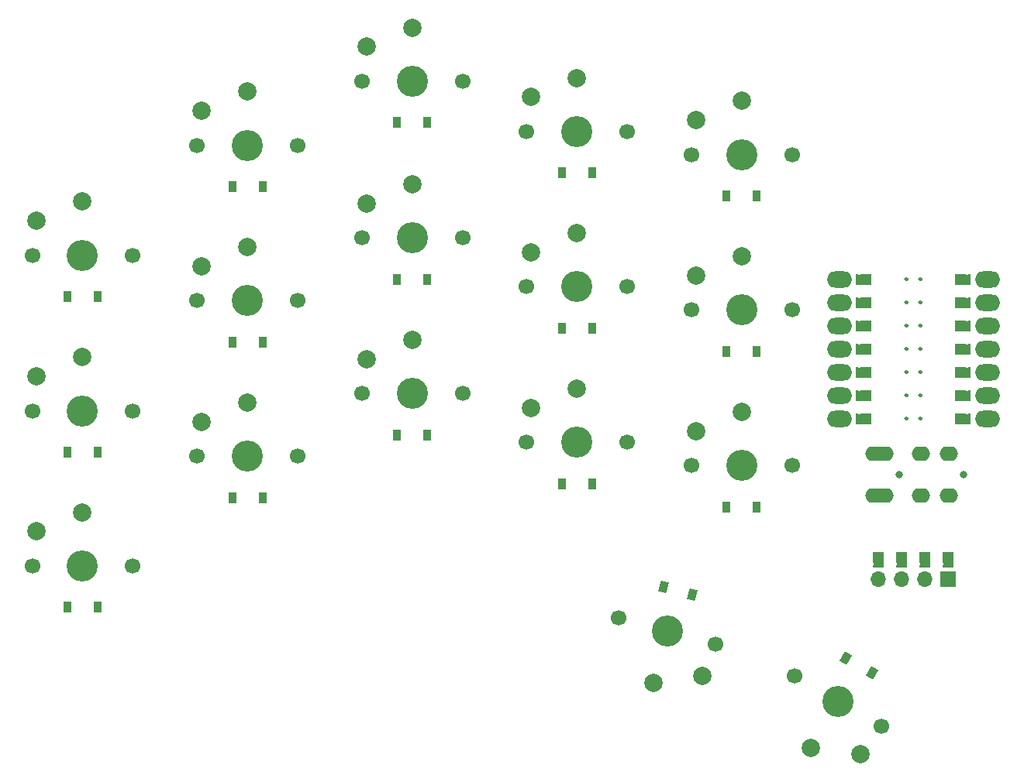
<source format=gts>
G04 #@! TF.GenerationSoftware,KiCad,Pcbnew,(6.0.5)*
G04 #@! TF.CreationDate,2022-07-31T11:40:16+07:00*
G04 #@! TF.ProjectId,TrongDong34,54726f6e-6744-46f6-9e67-33342e6b6963,rev?*
G04 #@! TF.SameCoordinates,Original*
G04 #@! TF.FileFunction,Soldermask,Top*
G04 #@! TF.FilePolarity,Negative*
%FSLAX46Y46*%
G04 Gerber Fmt 4.6, Leading zero omitted, Abs format (unit mm)*
G04 Created by KiCad (PCBNEW (6.0.5)) date 2022-07-31 11:40:16*
%MOMM*%
%LPD*%
G01*
G04 APERTURE LIST*
G04 Aperture macros list*
%AMRotRect*
0 Rectangle, with rotation*
0 The origin of the aperture is its center*
0 $1 length*
0 $2 width*
0 $3 Rotation angle, in degrees counterclockwise*
0 Add horizontal line*
21,1,$1,$2,0,0,$3*%
%AMFreePoly0*
4,1,6,0.600000,0.200000,0.000000,-0.400000,-0.600000,0.200000,-0.600000,0.400000,0.600000,0.400000,0.600000,0.200000,0.600000,0.200000,$1*%
%AMFreePoly1*
4,1,6,0.600000,-0.250000,-0.600000,-0.250000,-0.600000,1.000000,0.000000,0.400000,0.600000,1.000000,0.600000,-0.250000,0.600000,-0.250000,$1*%
G04 Aperture macros list end*
%ADD10C,0.100000*%
%ADD11C,0.250000*%
%ADD12C,1.700000*%
%ADD13C,3.400000*%
%ADD14C,2.000000*%
%ADD15R,0.900000X1.200000*%
%ADD16RotRect,0.900000X1.200000X150.000000*%
%ADD17FreePoly0,180.000000*%
%ADD18FreePoly1,180.000000*%
%ADD19R,1.700000X1.700000*%
%ADD20O,1.700000X1.700000*%
%ADD21FreePoly0,270.000000*%
%ADD22FreePoly0,90.000000*%
%ADD23O,2.750000X1.800000*%
%ADD24FreePoly1,90.000000*%
%ADD25FreePoly1,270.000000*%
%ADD26C,0.800000*%
%ADD27O,2.000000X1.600000*%
%ADD28RotRect,0.900000X1.200000X165.000000*%
G04 APERTURE END LIST*
G36*
X122140000Y-75550000D02*
G01*
X121124000Y-75550000D01*
X121124000Y-74534000D01*
X122140000Y-74534000D01*
X122140000Y-75550000D01*
G37*
D10*
X122140000Y-75550000D02*
X121124000Y-75550000D01*
X121124000Y-74534000D01*
X122140000Y-74534000D01*
X122140000Y-75550000D01*
G36*
X117060000Y-75550000D02*
G01*
X116044000Y-75550000D01*
X116044000Y-74534000D01*
X117060000Y-74534000D01*
X117060000Y-75550000D01*
G37*
X117060000Y-75550000D02*
X116044000Y-75550000D01*
X116044000Y-74534000D01*
X117060000Y-74534000D01*
X117060000Y-75550000D01*
G36*
X114520000Y-75550000D02*
G01*
X113504000Y-75550000D01*
X113504000Y-74534000D01*
X114520000Y-74534000D01*
X114520000Y-75550000D01*
G37*
X114520000Y-75550000D02*
X113504000Y-75550000D01*
X113504000Y-74534000D01*
X114520000Y-74534000D01*
X114520000Y-75550000D01*
G36*
X119600000Y-75550000D02*
G01*
X118584000Y-75550000D01*
X118584000Y-74534000D01*
X119600000Y-74534000D01*
X119600000Y-75550000D01*
G37*
X119600000Y-75550000D02*
X118584000Y-75550000D01*
X118584000Y-74534000D01*
X119600000Y-74534000D01*
X119600000Y-75550000D01*
D11*
X117187000Y-46736000D02*
G75*
G03*
X117187000Y-46736000I-125000J0D01*
G01*
X118711000Y-46736000D02*
G75*
G03*
X118711000Y-46736000I-125000J0D01*
G01*
X118711000Y-49276000D02*
G75*
G03*
X118711000Y-49276000I-125000J0D01*
G01*
X118711000Y-56896000D02*
G75*
G03*
X118711000Y-56896000I-125000J0D01*
G01*
X118711000Y-54356000D02*
G75*
G03*
X118711000Y-54356000I-125000J0D01*
G01*
X117187000Y-51816000D02*
G75*
G03*
X117187000Y-51816000I-125000J0D01*
G01*
X117187000Y-44196000D02*
G75*
G03*
X117187000Y-44196000I-125000J0D01*
G01*
X118711000Y-59436000D02*
G75*
G03*
X118711000Y-59436000I-125000J0D01*
G01*
X118711000Y-51816000D02*
G75*
G03*
X118711000Y-51816000I-125000J0D01*
G01*
X117187000Y-49276000D02*
G75*
G03*
X117187000Y-49276000I-125000J0D01*
G01*
X118711000Y-44196000D02*
G75*
G03*
X118711000Y-44196000I-125000J0D01*
G01*
X117187000Y-56896000D02*
G75*
G03*
X117187000Y-56896000I-125000J0D01*
G01*
X117187000Y-59436000D02*
G75*
G03*
X117187000Y-59436000I-125000J0D01*
G01*
X117187000Y-54356000D02*
G75*
G03*
X117187000Y-54356000I-125000J0D01*
G01*
G36*
X123920000Y-59944000D02*
G01*
X122904000Y-59944000D01*
X122904000Y-58928000D01*
X123920000Y-58928000D01*
X123920000Y-59944000D01*
G37*
D10*
X123920000Y-59944000D02*
X122904000Y-59944000D01*
X122904000Y-58928000D01*
X123920000Y-58928000D01*
X123920000Y-59944000D01*
G36*
X112744000Y-52324000D02*
G01*
X111728000Y-52324000D01*
X111728000Y-51308000D01*
X112744000Y-51308000D01*
X112744000Y-52324000D01*
G37*
X112744000Y-52324000D02*
X111728000Y-52324000D01*
X111728000Y-51308000D01*
X112744000Y-51308000D01*
X112744000Y-52324000D01*
G36*
X123920000Y-44704000D02*
G01*
X122904000Y-44704000D01*
X122904000Y-43688000D01*
X123920000Y-43688000D01*
X123920000Y-44704000D01*
G37*
X123920000Y-44704000D02*
X122904000Y-44704000D01*
X122904000Y-43688000D01*
X123920000Y-43688000D01*
X123920000Y-44704000D01*
G36*
X112744000Y-49784000D02*
G01*
X111728000Y-49784000D01*
X111728000Y-48768000D01*
X112744000Y-48768000D01*
X112744000Y-49784000D01*
G37*
X112744000Y-49784000D02*
X111728000Y-49784000D01*
X111728000Y-48768000D01*
X112744000Y-48768000D01*
X112744000Y-49784000D01*
G36*
X123920000Y-54864000D02*
G01*
X122904000Y-54864000D01*
X122904000Y-53848000D01*
X123920000Y-53848000D01*
X123920000Y-54864000D01*
G37*
X123920000Y-54864000D02*
X122904000Y-54864000D01*
X122904000Y-53848000D01*
X123920000Y-53848000D01*
X123920000Y-54864000D01*
G36*
X112744000Y-59944000D02*
G01*
X111728000Y-59944000D01*
X111728000Y-58928000D01*
X112744000Y-58928000D01*
X112744000Y-59944000D01*
G37*
X112744000Y-59944000D02*
X111728000Y-59944000D01*
X111728000Y-58928000D01*
X112744000Y-58928000D01*
X112744000Y-59944000D01*
G36*
X123920000Y-57404000D02*
G01*
X122904000Y-57404000D01*
X122904000Y-56388000D01*
X123920000Y-56388000D01*
X123920000Y-57404000D01*
G37*
X123920000Y-57404000D02*
X122904000Y-57404000D01*
X122904000Y-56388000D01*
X123920000Y-56388000D01*
X123920000Y-57404000D01*
G36*
X112744000Y-47244000D02*
G01*
X111728000Y-47244000D01*
X111728000Y-46228000D01*
X112744000Y-46228000D01*
X112744000Y-47244000D01*
G37*
X112744000Y-47244000D02*
X111728000Y-47244000D01*
X111728000Y-46228000D01*
X112744000Y-46228000D01*
X112744000Y-47244000D01*
G36*
X112744000Y-57404000D02*
G01*
X111728000Y-57404000D01*
X111728000Y-56388000D01*
X112744000Y-56388000D01*
X112744000Y-57404000D01*
G37*
X112744000Y-57404000D02*
X111728000Y-57404000D01*
X111728000Y-56388000D01*
X112744000Y-56388000D01*
X112744000Y-57404000D01*
G36*
X123920000Y-52324000D02*
G01*
X122904000Y-52324000D01*
X122904000Y-51308000D01*
X123920000Y-51308000D01*
X123920000Y-52324000D01*
G37*
X123920000Y-52324000D02*
X122904000Y-52324000D01*
X122904000Y-51308000D01*
X123920000Y-51308000D01*
X123920000Y-52324000D01*
G36*
X123920000Y-47244000D02*
G01*
X122904000Y-47244000D01*
X122904000Y-46228000D01*
X123920000Y-46228000D01*
X123920000Y-47244000D01*
G37*
X123920000Y-47244000D02*
X122904000Y-47244000D01*
X122904000Y-46228000D01*
X123920000Y-46228000D01*
X123920000Y-47244000D01*
G36*
X123920000Y-49784000D02*
G01*
X122904000Y-49784000D01*
X122904000Y-48768000D01*
X123920000Y-48768000D01*
X123920000Y-49784000D01*
G37*
X123920000Y-49784000D02*
X122904000Y-49784000D01*
X122904000Y-48768000D01*
X123920000Y-48768000D01*
X123920000Y-49784000D01*
G36*
X112744000Y-54864000D02*
G01*
X111728000Y-54864000D01*
X111728000Y-53848000D01*
X112744000Y-53848000D01*
X112744000Y-54864000D01*
G37*
X112744000Y-54864000D02*
X111728000Y-54864000D01*
X111728000Y-53848000D01*
X112744000Y-53848000D01*
X112744000Y-54864000D01*
G36*
X112744000Y-44704000D02*
G01*
X111728000Y-44704000D01*
X111728000Y-43688000D01*
X112744000Y-43688000D01*
X112744000Y-44704000D01*
G37*
X112744000Y-44704000D02*
X111728000Y-44704000D01*
X111728000Y-43688000D01*
X112744000Y-43688000D01*
X112744000Y-44704000D01*
D12*
X104580000Y-30580000D03*
X93580000Y-30580000D03*
D13*
X99080000Y-30580000D03*
D14*
X99080000Y-24680000D03*
D15*
X97430000Y-35080000D03*
D14*
X94080000Y-26780000D03*
D15*
X100730000Y-35080000D03*
D13*
X45080000Y-46554000D03*
D12*
X39580000Y-46554000D03*
X50580000Y-46554000D03*
D14*
X45080000Y-40654000D03*
D15*
X43430000Y-51054000D03*
D14*
X40080000Y-42754000D03*
D15*
X46730000Y-51054000D03*
D12*
X21580000Y-41580000D03*
D13*
X27080000Y-41580000D03*
D12*
X32580000Y-41580000D03*
D14*
X27080000Y-35680000D03*
D15*
X25430000Y-46080000D03*
D14*
X22080000Y-37780000D03*
D15*
X28730000Y-46080000D03*
D12*
X104846860Y-87597114D03*
D13*
X109610000Y-90347114D03*
D12*
X114373140Y-93097114D03*
D14*
X106660000Y-95456664D03*
D16*
X113288942Y-87275000D03*
D14*
X112040127Y-96138011D03*
D16*
X110431058Y-85625000D03*
D12*
X57580000Y-22580000D03*
D13*
X63080000Y-22580000D03*
D12*
X68580000Y-22580000D03*
D14*
X63080000Y-16680000D03*
D15*
X61430000Y-27080000D03*
D14*
X58080000Y-18780000D03*
D15*
X64730000Y-27080000D03*
D17*
X116552000Y-75296000D03*
X119092000Y-75296000D03*
X114012000Y-75296000D03*
X121632000Y-75296000D03*
D18*
X121632000Y-74280000D03*
D19*
X121580000Y-77010000D03*
D18*
X119092000Y-74280000D03*
D20*
X119040000Y-77010000D03*
X116500000Y-77010000D03*
D18*
X116552000Y-74280000D03*
D20*
X113960000Y-77010000D03*
D18*
X114012000Y-74280000D03*
D12*
X86580000Y-62048000D03*
X75580000Y-62048000D03*
D13*
X81080000Y-62048000D03*
D14*
X81080000Y-56148000D03*
D15*
X79430000Y-66548000D03*
D14*
X76080000Y-58248000D03*
D15*
X82730000Y-66548000D03*
D21*
X123660000Y-59436000D03*
D22*
X111976000Y-49276000D03*
D21*
X123660000Y-51816000D03*
D22*
X111976000Y-46736000D03*
D21*
X123660000Y-46736000D03*
X123660000Y-56896000D03*
D22*
X111976000Y-54356000D03*
X111976000Y-56896000D03*
X111976000Y-44196000D03*
D21*
X123660000Y-49276000D03*
D22*
X111976000Y-51816000D03*
D21*
X123660000Y-44196000D03*
X123660000Y-54356000D03*
D22*
X111976000Y-59436000D03*
D23*
X109725000Y-44196000D03*
D24*
X112992000Y-44196000D03*
D23*
X109725000Y-46736000D03*
D24*
X112992000Y-46736000D03*
D23*
X109725000Y-49276000D03*
D24*
X112992000Y-49276000D03*
D23*
X109725000Y-51816000D03*
D24*
X112992000Y-51816000D03*
D23*
X109725000Y-54356000D03*
D24*
X112992000Y-54356000D03*
D23*
X109725000Y-56896000D03*
D24*
X112992000Y-56896000D03*
X112992000Y-59436000D03*
D23*
X109725000Y-59436000D03*
X125915000Y-59436000D03*
D25*
X122644000Y-59436000D03*
X122644000Y-56896000D03*
D23*
X125915000Y-56896000D03*
X125915000Y-54356000D03*
D25*
X122644000Y-54356000D03*
X122644000Y-51816000D03*
D23*
X125915000Y-51816000D03*
D25*
X122644000Y-49276000D03*
D23*
X125915000Y-49276000D03*
X125915000Y-46736000D03*
D25*
X122644000Y-46736000D03*
D23*
X125915000Y-44196000D03*
D25*
X122644000Y-44196000D03*
D12*
X93560000Y-64588000D03*
X104560000Y-64588000D03*
D13*
X99060000Y-64588000D03*
D14*
X99060000Y-58688000D03*
D15*
X97410000Y-69088000D03*
D14*
X94060000Y-60788000D03*
D15*
X100710000Y-69088000D03*
D12*
X32580000Y-75580000D03*
D13*
X27080000Y-75580000D03*
D12*
X21580000Y-75580000D03*
D14*
X27080000Y-69680000D03*
D15*
X25430000Y-80080000D03*
D14*
X22080000Y-71780000D03*
D15*
X28730000Y-80080000D03*
D13*
X99060000Y-47570000D03*
D12*
X93560000Y-47570000D03*
X104560000Y-47570000D03*
D14*
X99060000Y-41670000D03*
D15*
X97410000Y-52070000D03*
X100710000Y-52070000D03*
D14*
X94060000Y-43770000D03*
D26*
X116286000Y-65576000D03*
X123286000Y-65576000D03*
D27*
X118666000Y-63246000D03*
X118686000Y-67876000D03*
X121666000Y-63246000D03*
X121686000Y-67876000D03*
X113566000Y-67846000D03*
X113586000Y-63276000D03*
X114686000Y-67876000D03*
X114666000Y-63246000D03*
D12*
X68580000Y-56714000D03*
X57580000Y-56714000D03*
D13*
X63080000Y-56714000D03*
D14*
X63080000Y-50814000D03*
D15*
X61430000Y-61214000D03*
D14*
X58080000Y-52914000D03*
D15*
X64730000Y-61214000D03*
D12*
X32580000Y-58580000D03*
X21580000Y-58580000D03*
D13*
X27080000Y-58580000D03*
D14*
X27080000Y-52680000D03*
D15*
X25430000Y-63080000D03*
X28730000Y-63080000D03*
D14*
X22080000Y-54780000D03*
D13*
X81080000Y-28080000D03*
D12*
X75580000Y-28080000D03*
X86580000Y-28080000D03*
D14*
X81080000Y-22180000D03*
D15*
X79430000Y-32580000D03*
X82730000Y-32580000D03*
D14*
X76080000Y-24280000D03*
D12*
X85622722Y-81223161D03*
D13*
X90935314Y-82646666D03*
D12*
X96247906Y-84070171D03*
D14*
X89408282Y-88345629D03*
D28*
X93693778Y-78727051D03*
X90506222Y-77872949D03*
D14*
X94781431Y-87611280D03*
D12*
X39580000Y-29580000D03*
D13*
X45080000Y-29580000D03*
D12*
X50580000Y-29580000D03*
D14*
X45080000Y-23680000D03*
D15*
X43430000Y-34080000D03*
D14*
X40080000Y-25780000D03*
D15*
X46730000Y-34080000D03*
D13*
X45080000Y-63572000D03*
D12*
X50580000Y-63572000D03*
X39580000Y-63572000D03*
D14*
X45080000Y-57672000D03*
D15*
X43430000Y-68072000D03*
X46730000Y-68072000D03*
D14*
X40080000Y-59772000D03*
D13*
X81080000Y-45030000D03*
D12*
X86580000Y-45030000D03*
X75580000Y-45030000D03*
D14*
X81080000Y-39130000D03*
D15*
X79430000Y-49530000D03*
X82730000Y-49530000D03*
D14*
X76080000Y-41230000D03*
D13*
X63080000Y-39696000D03*
D12*
X68580000Y-39696000D03*
X57580000Y-39696000D03*
D14*
X63080000Y-33796000D03*
D15*
X61430000Y-44196000D03*
X64730000Y-44196000D03*
D14*
X58080000Y-35896000D03*
M02*

</source>
